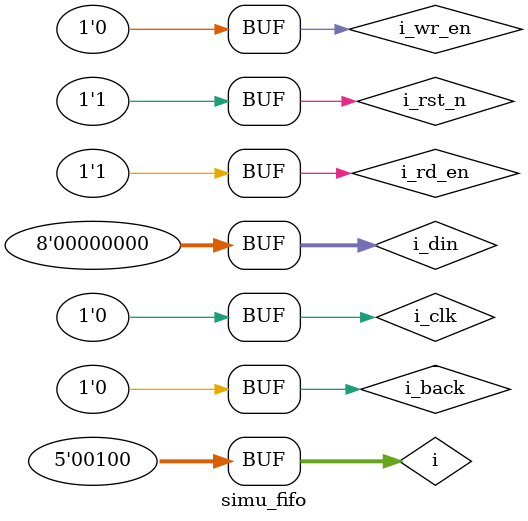
<source format=v>
`timescale 1ns / 1ps

module simu_fifo(

    );
	
	reg 		i_clk = 0;
	reg 		i_rst_n = 0;
	reg  		i_wr_en = 0;
	reg  [7:0]	i_din = 0;
	reg 		i_rd_en = 0;
	reg 		i_back = 0;
	reg  [4:0]  i = 0;
	
	wire [7:0]  o_dout;
	wire        o_rd_valid;
	wire 		o_empty;
	wire 		o_full;
	
    parameter PERIOD = 10;
    always begin
       i_clk = 1'b1;
       #(PERIOD/2) i_clk = 1'b0;
       #(PERIOD/2);
    end	
	
	initial begin
		#100;		
		i_rst_n = 1'b1;
		#101;
		
		for (i = 0; i < 8; i = i + 1) begin
			i_wr_en = 1'b1;
			i_rd_en = 1'b0;
			i_back = 1'b0;
			i_din = i + 8'd1;
			#10;
		end
		
		for (i = 0; i < 8; i = i + 1) begin
			i_wr_en = 1'b0;
			i_rd_en = 1'b1;
			i_back = 1'b0;
			i_din = 8'd0;
			#10;
		end
		
		for (i = 0; i < 4; i = i + 1) begin
			i_wr_en = 1'b1;
			i_rd_en = 1'b1;
			i_back = 1'b0;
			i_din = i + 8'd7;
			#10;
		end
		
		for (i = 0; i < 4; i = i + 1) begin
			i_wr_en = 1'b1;
			i_rd_en = 1'b0;
			i_back = 1'b0;
			i_din = i + 8'd1;
			#10;
		end
		
		i_wr_en = 1'b0;
		i_rd_en = 1'b0;
		i_back = 1'b1;
		i_din = 8'd0;
		#20;
		
		for (i = 0; i < 4; i = i + 1) begin
			i_wr_en = 1'b0;
			i_rd_en = 1'b1;
			i_back = 1'b0;
			i_din = 8'd0;
			#10;
		end
		
	end
	
	fifo my_fifo(
	.i_clk(i_clk),			    //FIFO读写时钟			
	.i_rst_n(i_rst_n),          //复位信号，低电平有效
	.i_wr_en(i_wr_en),          //写使能，高电平有效
	.i_din(i_din),              //写入数据
	.i_rd_en(i_rd_en),          //读使能，高电平有效
	.i_back(i_back),            //回退信号
	                            
	.o_dout(o_dout),            //读数据有效信号，初始状态为0
	.o_rd_valid(o_rd_valid),    //读数据输出，初始状态为0
	.o_empty(o_empty),          //FIFO空信号，初始状态为1
	.o_full(o_full)             //FIFO满信号，初始状态为0
    );	
endmodule

</source>
